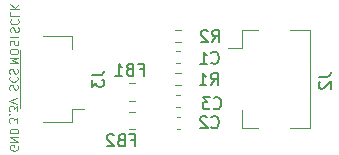
<source format=gbr>
%TF.GenerationSoftware,KiCad,Pcbnew,(5.1.10-1-10_14)*%
%TF.CreationDate,2021-08-16T11:19:27+07:00*%
%TF.ProjectId,sharp_memory_display,73686172-705f-46d6-956d-6f72795f6469,rev?*%
%TF.SameCoordinates,Original*%
%TF.FileFunction,Legend,Bot*%
%TF.FilePolarity,Positive*%
%FSLAX46Y46*%
G04 Gerber Fmt 4.6, Leading zero omitted, Abs format (unit mm)*
G04 Created by KiCad (PCBNEW (5.1.10-1-10_14)) date 2021-08-16 11:19:27*
%MOMM*%
%LPD*%
G01*
G04 APERTURE LIST*
%ADD10C,0.120000*%
%ADD11C,0.150000*%
G04 APERTURE END LIST*
D10*
X25319308Y-26523722D02*
X25285975Y-26423722D01*
X25285975Y-26257055D01*
X25319308Y-26190389D01*
X25352642Y-26157055D01*
X25419308Y-26123722D01*
X25485975Y-26123722D01*
X25552642Y-26157055D01*
X25585975Y-26190389D01*
X25619308Y-26257055D01*
X25652642Y-26390389D01*
X25685975Y-26457055D01*
X25719308Y-26490389D01*
X25785975Y-26523722D01*
X25852642Y-26523722D01*
X25919308Y-26490389D01*
X25952642Y-26457055D01*
X25985975Y-26390389D01*
X25985975Y-26223722D01*
X25952642Y-26123722D01*
X25352642Y-25423722D02*
X25319308Y-25457055D01*
X25285975Y-25557055D01*
X25285975Y-25623722D01*
X25319308Y-25723722D01*
X25385975Y-25790389D01*
X25452642Y-25823722D01*
X25585975Y-25857055D01*
X25685975Y-25857055D01*
X25819308Y-25823722D01*
X25885975Y-25790389D01*
X25952642Y-25723722D01*
X25985975Y-25623722D01*
X25985975Y-25557055D01*
X25952642Y-25457055D01*
X25919308Y-25423722D01*
X25285975Y-24790389D02*
X25285975Y-25123722D01*
X25985975Y-25123722D01*
X25285975Y-24557055D02*
X25985975Y-24557055D01*
X25285975Y-24157055D02*
X25685975Y-24457055D01*
X25985975Y-24157055D02*
X25585975Y-24557055D01*
X25260975Y-29140389D02*
X25960975Y-29140389D01*
X25460975Y-28907055D01*
X25960975Y-28673722D01*
X25260975Y-28673722D01*
X25960975Y-28207055D02*
X25960975Y-28073722D01*
X25927642Y-28007055D01*
X25860975Y-27940389D01*
X25727642Y-27907055D01*
X25494308Y-27907055D01*
X25360975Y-27940389D01*
X25294308Y-28007055D01*
X25260975Y-28073722D01*
X25260975Y-28207055D01*
X25294308Y-28273722D01*
X25360975Y-28340389D01*
X25494308Y-28373722D01*
X25727642Y-28373722D01*
X25860975Y-28340389D01*
X25927642Y-28273722D01*
X25960975Y-28207055D01*
X25294308Y-27640389D02*
X25260975Y-27540389D01*
X25260975Y-27373722D01*
X25294308Y-27307055D01*
X25327642Y-27273722D01*
X25394308Y-27240389D01*
X25460975Y-27240389D01*
X25527642Y-27273722D01*
X25560975Y-27307055D01*
X25594308Y-27373722D01*
X25627642Y-27507055D01*
X25660975Y-27573722D01*
X25694308Y-27607055D01*
X25760975Y-27640389D01*
X25827642Y-27640389D01*
X25894308Y-27607055D01*
X25927642Y-27573722D01*
X25960975Y-27507055D01*
X25960975Y-27340389D01*
X25927642Y-27240389D01*
X25260975Y-26940389D02*
X25960975Y-26940389D01*
X25244308Y-31398722D02*
X25210975Y-31298722D01*
X25210975Y-31132055D01*
X25244308Y-31065389D01*
X25277642Y-31032055D01*
X25344308Y-30998722D01*
X25410975Y-30998722D01*
X25477642Y-31032055D01*
X25510975Y-31065389D01*
X25544308Y-31132055D01*
X25577642Y-31265389D01*
X25610975Y-31332055D01*
X25644308Y-31365389D01*
X25710975Y-31398722D01*
X25777642Y-31398722D01*
X25844308Y-31365389D01*
X25877642Y-31332055D01*
X25910975Y-31265389D01*
X25910975Y-31098722D01*
X25877642Y-30998722D01*
X25277642Y-30298722D02*
X25244308Y-30332055D01*
X25210975Y-30432055D01*
X25210975Y-30498722D01*
X25244308Y-30598722D01*
X25310975Y-30665389D01*
X25377642Y-30698722D01*
X25510975Y-30732055D01*
X25610975Y-30732055D01*
X25744308Y-30698722D01*
X25810975Y-30665389D01*
X25877642Y-30598722D01*
X25910975Y-30498722D01*
X25910975Y-30432055D01*
X25877642Y-30332055D01*
X25844308Y-30298722D01*
X25244308Y-30032055D02*
X25210975Y-29932055D01*
X25210975Y-29765389D01*
X25244308Y-29698722D01*
X25277642Y-29665389D01*
X25344308Y-29632055D01*
X25410975Y-29632055D01*
X25477642Y-29665389D01*
X25510975Y-29698722D01*
X25544308Y-29765389D01*
X25577642Y-29898722D01*
X25610975Y-29965389D01*
X25644308Y-29998722D01*
X25710975Y-30032055D01*
X25777642Y-30032055D01*
X25844308Y-29998722D01*
X25877642Y-29965389D01*
X25910975Y-29898722D01*
X25910975Y-29732055D01*
X25877642Y-29632055D01*
X25860975Y-34198722D02*
X25860975Y-33765389D01*
X25594308Y-33998722D01*
X25594308Y-33898722D01*
X25560975Y-33832055D01*
X25527642Y-33798722D01*
X25460975Y-33765389D01*
X25294308Y-33765389D01*
X25227642Y-33798722D01*
X25194308Y-33832055D01*
X25160975Y-33898722D01*
X25160975Y-34098722D01*
X25194308Y-34165389D01*
X25227642Y-34198722D01*
X25227642Y-33465389D02*
X25194308Y-33432055D01*
X25160975Y-33465389D01*
X25194308Y-33498722D01*
X25227642Y-33465389D01*
X25160975Y-33465389D01*
X25860975Y-33198722D02*
X25860975Y-32765389D01*
X25594308Y-32998722D01*
X25594308Y-32898722D01*
X25560975Y-32832055D01*
X25527642Y-32798722D01*
X25460975Y-32765389D01*
X25294308Y-32765389D01*
X25227642Y-32798722D01*
X25194308Y-32832055D01*
X25160975Y-32898722D01*
X25160975Y-33098722D01*
X25194308Y-33165389D01*
X25227642Y-33198722D01*
X25860975Y-32565389D02*
X25160975Y-32332055D01*
X25860975Y-32098722D01*
X25927642Y-36148722D02*
X25960975Y-36215389D01*
X25960975Y-36315389D01*
X25927642Y-36415389D01*
X25860975Y-36482055D01*
X25794308Y-36515389D01*
X25660975Y-36548722D01*
X25560975Y-36548722D01*
X25427642Y-36515389D01*
X25360975Y-36482055D01*
X25294308Y-36415389D01*
X25260975Y-36315389D01*
X25260975Y-36248722D01*
X25294308Y-36148722D01*
X25327642Y-36115389D01*
X25560975Y-36115389D01*
X25560975Y-36248722D01*
X25260975Y-35815389D02*
X25960975Y-35815389D01*
X25260975Y-35415389D01*
X25960975Y-35415389D01*
X25260975Y-35082055D02*
X25960975Y-35082055D01*
X25960975Y-34915389D01*
X25927642Y-34815389D01*
X25860975Y-34748722D01*
X25794308Y-34715389D01*
X25660975Y-34682055D01*
X25560975Y-34682055D01*
X25427642Y-34715389D01*
X25360975Y-34748722D01*
X25294308Y-34815389D01*
X25260975Y-34915389D01*
X25260975Y-35082055D01*
%TO.C,J3*%
X28037600Y-34100400D02*
X30537600Y-34100400D01*
X30537600Y-34100400D02*
X30537600Y-33050400D01*
X30537600Y-33050400D02*
X31527600Y-33050400D01*
X28037600Y-26880400D02*
X30537600Y-26880400D01*
X30537600Y-26880400D02*
X30537600Y-27930400D01*
X26067600Y-32930400D02*
X26067600Y-28050400D01*
%TO.C,FB2*%
X35375536Y-34725400D02*
X35829664Y-34725400D01*
X35375536Y-33255400D02*
X35829664Y-33255400D01*
%TO.C,FB1*%
X35829664Y-30855400D02*
X35375536Y-30855400D01*
X35829664Y-32325400D02*
X35375536Y-32325400D01*
%TO.C,J2*%
X44880600Y-27830400D02*
X44880600Y-26340400D01*
X44880600Y-26340400D02*
X46220600Y-26340400D01*
X44880600Y-33150400D02*
X44880600Y-34640400D01*
X44880600Y-34640400D02*
X46220600Y-34640400D01*
X48940600Y-26340400D02*
X50680600Y-26340400D01*
X50680600Y-26340400D02*
X50680600Y-34640400D01*
X50680600Y-34640400D02*
X48940600Y-34640400D01*
X44880600Y-27830400D02*
X43680600Y-27830400D01*
%TO.C,R2*%
X39744824Y-26317900D02*
X39235376Y-26317900D01*
X39744824Y-27362900D02*
X39235376Y-27362900D01*
%TO.C,R1*%
X39744824Y-29967900D02*
X39235376Y-29967900D01*
X39744824Y-31012900D02*
X39235376Y-31012900D01*
%TO.C,C3*%
X39648867Y-31830400D02*
X39356333Y-31830400D01*
X39648867Y-32850400D02*
X39356333Y-32850400D01*
%TO.C,C2*%
X39661367Y-33730400D02*
X39368833Y-33730400D01*
X39661367Y-34750400D02*
X39368833Y-34750400D01*
%TO.C,C1*%
X39636367Y-28130400D02*
X39343833Y-28130400D01*
X39636367Y-29150400D02*
X39343833Y-29150400D01*
%TO.C,J3*%
D11*
X32184980Y-30157066D02*
X32899266Y-30157066D01*
X33042123Y-30109447D01*
X33137361Y-30014209D01*
X33184980Y-29871352D01*
X33184980Y-29776114D01*
X32184980Y-30538019D02*
X32184980Y-31157066D01*
X32565933Y-30823733D01*
X32565933Y-30966590D01*
X32613552Y-31061828D01*
X32661171Y-31109447D01*
X32756409Y-31157066D01*
X32994504Y-31157066D01*
X33089742Y-31109447D01*
X33137361Y-31061828D01*
X33184980Y-30966590D01*
X33184980Y-30680876D01*
X33137361Y-30585638D01*
X33089742Y-30538019D01*
%TO.C,FB2*%
X35510975Y-35643960D02*
X35844308Y-35643960D01*
X35844308Y-36167769D02*
X35844308Y-35167769D01*
X35368118Y-35167769D01*
X34653832Y-35643960D02*
X34510975Y-35691579D01*
X34463356Y-35739198D01*
X34415737Y-35834436D01*
X34415737Y-35977293D01*
X34463356Y-36072531D01*
X34510975Y-36120150D01*
X34606213Y-36167769D01*
X34987165Y-36167769D01*
X34987165Y-35167769D01*
X34653832Y-35167769D01*
X34558594Y-35215389D01*
X34510975Y-35263008D01*
X34463356Y-35358246D01*
X34463356Y-35453484D01*
X34510975Y-35548722D01*
X34558594Y-35596341D01*
X34653832Y-35643960D01*
X34987165Y-35643960D01*
X34034784Y-35263008D02*
X33987165Y-35215389D01*
X33891927Y-35167769D01*
X33653832Y-35167769D01*
X33558594Y-35215389D01*
X33510975Y-35263008D01*
X33463356Y-35358246D01*
X33463356Y-35453484D01*
X33510975Y-35596341D01*
X34082403Y-36167769D01*
X33463356Y-36167769D01*
%TO.C,FB1*%
X36235975Y-29668960D02*
X36569308Y-29668960D01*
X36569308Y-30192769D02*
X36569308Y-29192769D01*
X36093118Y-29192769D01*
X35378832Y-29668960D02*
X35235975Y-29716579D01*
X35188356Y-29764198D01*
X35140737Y-29859436D01*
X35140737Y-30002293D01*
X35188356Y-30097531D01*
X35235975Y-30145150D01*
X35331213Y-30192769D01*
X35712165Y-30192769D01*
X35712165Y-29192769D01*
X35378832Y-29192769D01*
X35283594Y-29240389D01*
X35235975Y-29288008D01*
X35188356Y-29383246D01*
X35188356Y-29478484D01*
X35235975Y-29573722D01*
X35283594Y-29621341D01*
X35378832Y-29668960D01*
X35712165Y-29668960D01*
X34188356Y-30192769D02*
X34759784Y-30192769D01*
X34474070Y-30192769D02*
X34474070Y-29192769D01*
X34569308Y-29335627D01*
X34664546Y-29430865D01*
X34759784Y-29478484D01*
%TO.C,J2*%
X51405022Y-30307055D02*
X52119308Y-30307055D01*
X52262165Y-30259436D01*
X52357403Y-30164198D01*
X52405022Y-30021341D01*
X52405022Y-29926103D01*
X51500261Y-30735627D02*
X51452642Y-30783246D01*
X51405022Y-30878484D01*
X51405022Y-31116579D01*
X51452642Y-31211817D01*
X51500261Y-31259436D01*
X51595499Y-31307055D01*
X51690737Y-31307055D01*
X51833594Y-31259436D01*
X52405022Y-30688008D01*
X52405022Y-31307055D01*
%TO.C,R2*%
X42369308Y-27342769D02*
X42702642Y-26866579D01*
X42940737Y-27342769D02*
X42940737Y-26342769D01*
X42559784Y-26342769D01*
X42464546Y-26390389D01*
X42416927Y-26438008D01*
X42369308Y-26533246D01*
X42369308Y-26676103D01*
X42416927Y-26771341D01*
X42464546Y-26818960D01*
X42559784Y-26866579D01*
X42940737Y-26866579D01*
X41988356Y-26438008D02*
X41940737Y-26390389D01*
X41845499Y-26342769D01*
X41607403Y-26342769D01*
X41512165Y-26390389D01*
X41464546Y-26438008D01*
X41416927Y-26533246D01*
X41416927Y-26628484D01*
X41464546Y-26771341D01*
X42035975Y-27342769D01*
X41416927Y-27342769D01*
%TO.C,R1*%
X42269308Y-30992769D02*
X42602642Y-30516579D01*
X42840737Y-30992769D02*
X42840737Y-29992769D01*
X42459784Y-29992769D01*
X42364546Y-30040389D01*
X42316927Y-30088008D01*
X42269308Y-30183246D01*
X42269308Y-30326103D01*
X42316927Y-30421341D01*
X42364546Y-30468960D01*
X42459784Y-30516579D01*
X42840737Y-30516579D01*
X41316927Y-30992769D02*
X41888356Y-30992769D01*
X41602642Y-30992769D02*
X41602642Y-29992769D01*
X41697880Y-30135627D01*
X41793118Y-30230865D01*
X41888356Y-30278484D01*
%TO.C,C3*%
X42519308Y-32947531D02*
X42566927Y-32995150D01*
X42709784Y-33042769D01*
X42805022Y-33042769D01*
X42947880Y-32995150D01*
X43043118Y-32899912D01*
X43090737Y-32804674D01*
X43138356Y-32614198D01*
X43138356Y-32471341D01*
X43090737Y-32280865D01*
X43043118Y-32185627D01*
X42947880Y-32090389D01*
X42805022Y-32042769D01*
X42709784Y-32042769D01*
X42566927Y-32090389D01*
X42519308Y-32138008D01*
X42185975Y-32042769D02*
X41566927Y-32042769D01*
X41900261Y-32423722D01*
X41757403Y-32423722D01*
X41662165Y-32471341D01*
X41614546Y-32518960D01*
X41566927Y-32614198D01*
X41566927Y-32852293D01*
X41614546Y-32947531D01*
X41662165Y-32995150D01*
X41757403Y-33042769D01*
X42043118Y-33042769D01*
X42138356Y-32995150D01*
X42185975Y-32947531D01*
%TO.C,C2*%
X42319308Y-34547531D02*
X42366927Y-34595150D01*
X42509784Y-34642769D01*
X42605022Y-34642769D01*
X42747880Y-34595150D01*
X42843118Y-34499912D01*
X42890737Y-34404674D01*
X42938356Y-34214198D01*
X42938356Y-34071341D01*
X42890737Y-33880865D01*
X42843118Y-33785627D01*
X42747880Y-33690389D01*
X42605022Y-33642769D01*
X42509784Y-33642769D01*
X42366927Y-33690389D01*
X42319308Y-33738008D01*
X41938356Y-33738008D02*
X41890737Y-33690389D01*
X41795499Y-33642769D01*
X41557403Y-33642769D01*
X41462165Y-33690389D01*
X41414546Y-33738008D01*
X41366927Y-33833246D01*
X41366927Y-33928484D01*
X41414546Y-34071341D01*
X41985975Y-34642769D01*
X41366927Y-34642769D01*
%TO.C,C1*%
X42319308Y-29097531D02*
X42366927Y-29145150D01*
X42509784Y-29192769D01*
X42605022Y-29192769D01*
X42747880Y-29145150D01*
X42843118Y-29049912D01*
X42890737Y-28954674D01*
X42938356Y-28764198D01*
X42938356Y-28621341D01*
X42890737Y-28430865D01*
X42843118Y-28335627D01*
X42747880Y-28240389D01*
X42605022Y-28192769D01*
X42509784Y-28192769D01*
X42366927Y-28240389D01*
X42319308Y-28288008D01*
X41366927Y-29192769D02*
X41938356Y-29192769D01*
X41652642Y-29192769D02*
X41652642Y-28192769D01*
X41747880Y-28335627D01*
X41843118Y-28430865D01*
X41938356Y-28478484D01*
%TD*%
M02*

</source>
